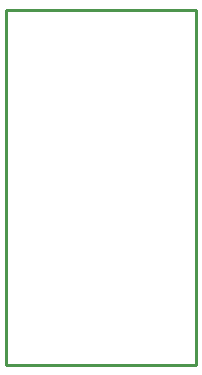
<source format=gbr>
G04 EAGLE Gerber RS-274X export*
G75*
%MOMM*%
%FSLAX34Y34*%
%LPD*%
%IN*%
%IPPOS*%
%AMOC8*
5,1,8,0,0,1.08239X$1,22.5*%
G01*
%ADD10C,0.254000*%


D10*
X2032Y381D02*
X162560Y381D01*
X162560Y300491D01*
X2032Y300491D01*
X2032Y381D01*
M02*

</source>
